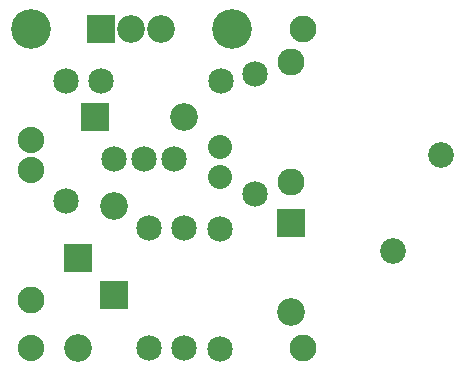
<source format=gbs>
G04 MADE WITH FRITZING*
G04 WWW.FRITZING.ORG*
G04 DOUBLE SIDED*
G04 HOLES PLATED*
G04 CONTOUR ON CENTER OF CONTOUR VECTOR*
%ASAXBY*%
%FSLAX23Y23*%
%MOIN*%
%OFA0B0*%
%SFA1.0B1.0*%
%ADD10C,0.080000*%
%ADD11C,0.092000*%
%ADD12C,0.088000*%
%ADD13C,0.085000*%
%ADD14C,0.089370*%
%ADD15C,0.132047*%
%ADD16C,0.090000*%
%ADD17C,0.085433*%
%ADD18R,0.092000X0.092000*%
%LNMASK0*%
G90*
G70*
G54D10*
X752Y799D03*
X752Y699D03*
G54D11*
X280Y428D03*
X280Y130D03*
X398Y305D03*
X398Y603D03*
G54D12*
X122Y821D03*
X122Y721D03*
G54D11*
X355Y1193D03*
X455Y1193D03*
X555Y1193D03*
G54D13*
X752Y124D03*
X752Y524D03*
X356Y1020D03*
X756Y1020D03*
X240Y1019D03*
X240Y619D03*
X398Y760D03*
X498Y760D03*
X598Y760D03*
G54D14*
X122Y288D03*
G54D13*
X870Y1042D03*
X870Y642D03*
X516Y530D03*
X516Y130D03*
G54D15*
X791Y1193D03*
G54D14*
X1028Y130D03*
G54D15*
X122Y1193D03*
G54D12*
X122Y130D03*
G54D13*
X634Y530D03*
X634Y130D03*
G54D14*
X1028Y1193D03*
G54D11*
X336Y900D03*
X634Y900D03*
G54D16*
X988Y681D03*
X988Y1081D03*
G54D11*
X988Y546D03*
X988Y248D03*
G54D17*
X1328Y452D03*
X1488Y772D03*
G54D18*
X280Y429D03*
X398Y304D03*
X355Y1193D03*
X335Y900D03*
X988Y547D03*
G04 End of Mask0*
M02*
</source>
